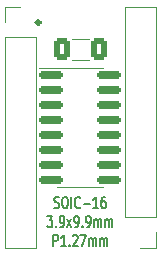
<source format=gto>
G04 #@! TF.GenerationSoftware,KiCad,Pcbnew,(6.0.9)*
G04 #@! TF.CreationDate,2023-05-28T18:50:32+02:00*
G04 #@! TF.ProjectId,SOIC-SSOP-DIP adapter,534f4943-2d53-4534-9f50-2d4449502061,rev?*
G04 #@! TF.SameCoordinates,Original*
G04 #@! TF.FileFunction,Legend,Top*
G04 #@! TF.FilePolarity,Positive*
%FSLAX46Y46*%
G04 Gerber Fmt 4.6, Leading zero omitted, Abs format (unit mm)*
G04 Created by KiCad (PCBNEW (6.0.9)) date 2023-05-28 18:50:32*
%MOMM*%
%LPD*%
G01*
G04 APERTURE LIST*
G04 Aperture macros list*
%AMRoundRect*
0 Rectangle with rounded corners*
0 $1 Rounding radius*
0 $2 $3 $4 $5 $6 $7 $8 $9 X,Y pos of 4 corners*
0 Add a 4 corners polygon primitive as box body*
4,1,4,$2,$3,$4,$5,$6,$7,$8,$9,$2,$3,0*
0 Add four circle primitives for the rounded corners*
1,1,$1+$1,$2,$3*
1,1,$1+$1,$4,$5*
1,1,$1+$1,$6,$7*
1,1,$1+$1,$8,$9*
0 Add four rect primitives between the rounded corners*
20,1,$1+$1,$2,$3,$4,$5,0*
20,1,$1+$1,$4,$5,$6,$7,0*
20,1,$1+$1,$6,$7,$8,$9,0*
20,1,$1+$1,$8,$9,$2,$3,0*%
G04 Aperture macros list end*
%ADD10C,0.150000*%
%ADD11C,0.329000*%
%ADD12C,0.120000*%
%ADD13R,1.700000X1.700000*%
%ADD14O,1.700000X1.700000*%
%ADD15RoundRect,0.150000X-0.825000X-0.150000X0.825000X-0.150000X0.825000X0.150000X-0.825000X0.150000X0*%
%ADD16RoundRect,0.250000X-0.412500X-0.650000X0.412500X-0.650000X0.412500X0.650000X-0.412500X0.650000X0*%
G04 APERTURE END LIST*
D10*
X91796666Y-96965761D02*
X91896666Y-97013380D01*
X92063333Y-97013380D01*
X92130000Y-96965761D01*
X92163333Y-96918142D01*
X92196666Y-96822904D01*
X92196666Y-96727666D01*
X92163333Y-96632428D01*
X92130000Y-96584809D01*
X92063333Y-96537190D01*
X91930000Y-96489571D01*
X91863333Y-96441952D01*
X91830000Y-96394333D01*
X91796666Y-96299095D01*
X91796666Y-96203857D01*
X91830000Y-96108619D01*
X91863333Y-96061000D01*
X91930000Y-96013380D01*
X92096666Y-96013380D01*
X92196666Y-96061000D01*
X92630000Y-96013380D02*
X92763333Y-96013380D01*
X92830000Y-96061000D01*
X92896666Y-96156238D01*
X92930000Y-96346714D01*
X92930000Y-96680047D01*
X92896666Y-96870523D01*
X92830000Y-96965761D01*
X92763333Y-97013380D01*
X92630000Y-97013380D01*
X92563333Y-96965761D01*
X92496666Y-96870523D01*
X92463333Y-96680047D01*
X92463333Y-96346714D01*
X92496666Y-96156238D01*
X92563333Y-96061000D01*
X92630000Y-96013380D01*
X93230000Y-97013380D02*
X93230000Y-96013380D01*
X93963333Y-96918142D02*
X93930000Y-96965761D01*
X93830000Y-97013380D01*
X93763333Y-97013380D01*
X93663333Y-96965761D01*
X93596666Y-96870523D01*
X93563333Y-96775285D01*
X93530000Y-96584809D01*
X93530000Y-96441952D01*
X93563333Y-96251476D01*
X93596666Y-96156238D01*
X93663333Y-96061000D01*
X93763333Y-96013380D01*
X93830000Y-96013380D01*
X93930000Y-96061000D01*
X93963333Y-96108619D01*
X94263333Y-96632428D02*
X94796666Y-96632428D01*
X95496666Y-97013380D02*
X95096666Y-97013380D01*
X95296666Y-97013380D02*
X95296666Y-96013380D01*
X95230000Y-96156238D01*
X95163333Y-96251476D01*
X95096666Y-96299095D01*
X96096666Y-96013380D02*
X95963333Y-96013380D01*
X95896666Y-96061000D01*
X95863333Y-96108619D01*
X95796666Y-96251476D01*
X95763333Y-96441952D01*
X95763333Y-96822904D01*
X95796666Y-96918142D01*
X95830000Y-96965761D01*
X95896666Y-97013380D01*
X96030000Y-97013380D01*
X96096666Y-96965761D01*
X96130000Y-96918142D01*
X96163333Y-96822904D01*
X96163333Y-96584809D01*
X96130000Y-96489571D01*
X96096666Y-96441952D01*
X96030000Y-96394333D01*
X95896666Y-96394333D01*
X95830000Y-96441952D01*
X95796666Y-96489571D01*
X95763333Y-96584809D01*
X91196666Y-97623380D02*
X91630000Y-97623380D01*
X91396666Y-98004333D01*
X91496666Y-98004333D01*
X91563333Y-98051952D01*
X91596666Y-98099571D01*
X91630000Y-98194809D01*
X91630000Y-98432904D01*
X91596666Y-98528142D01*
X91563333Y-98575761D01*
X91496666Y-98623380D01*
X91296666Y-98623380D01*
X91230000Y-98575761D01*
X91196666Y-98528142D01*
X91930000Y-98528142D02*
X91963333Y-98575761D01*
X91930000Y-98623380D01*
X91896666Y-98575761D01*
X91930000Y-98528142D01*
X91930000Y-98623380D01*
X92296666Y-98623380D02*
X92430000Y-98623380D01*
X92496666Y-98575761D01*
X92530000Y-98528142D01*
X92596666Y-98385285D01*
X92630000Y-98194809D01*
X92630000Y-97813857D01*
X92596666Y-97718619D01*
X92563333Y-97671000D01*
X92496666Y-97623380D01*
X92363333Y-97623380D01*
X92296666Y-97671000D01*
X92263333Y-97718619D01*
X92230000Y-97813857D01*
X92230000Y-98051952D01*
X92263333Y-98147190D01*
X92296666Y-98194809D01*
X92363333Y-98242428D01*
X92496666Y-98242428D01*
X92563333Y-98194809D01*
X92596666Y-98147190D01*
X92630000Y-98051952D01*
X92863333Y-98623380D02*
X93230000Y-97956714D01*
X92863333Y-97956714D02*
X93230000Y-98623380D01*
X93530000Y-98623380D02*
X93663333Y-98623380D01*
X93730000Y-98575761D01*
X93763333Y-98528142D01*
X93830000Y-98385285D01*
X93863333Y-98194809D01*
X93863333Y-97813857D01*
X93830000Y-97718619D01*
X93796666Y-97671000D01*
X93730000Y-97623380D01*
X93596666Y-97623380D01*
X93530000Y-97671000D01*
X93496666Y-97718619D01*
X93463333Y-97813857D01*
X93463333Y-98051952D01*
X93496666Y-98147190D01*
X93530000Y-98194809D01*
X93596666Y-98242428D01*
X93730000Y-98242428D01*
X93796666Y-98194809D01*
X93830000Y-98147190D01*
X93863333Y-98051952D01*
X94163333Y-98528142D02*
X94196666Y-98575761D01*
X94163333Y-98623380D01*
X94130000Y-98575761D01*
X94163333Y-98528142D01*
X94163333Y-98623380D01*
X94530000Y-98623380D02*
X94663333Y-98623380D01*
X94730000Y-98575761D01*
X94763333Y-98528142D01*
X94830000Y-98385285D01*
X94863333Y-98194809D01*
X94863333Y-97813857D01*
X94830000Y-97718619D01*
X94796666Y-97671000D01*
X94730000Y-97623380D01*
X94596666Y-97623380D01*
X94530000Y-97671000D01*
X94496666Y-97718619D01*
X94463333Y-97813857D01*
X94463333Y-98051952D01*
X94496666Y-98147190D01*
X94530000Y-98194809D01*
X94596666Y-98242428D01*
X94730000Y-98242428D01*
X94796666Y-98194809D01*
X94830000Y-98147190D01*
X94863333Y-98051952D01*
X95163333Y-98623380D02*
X95163333Y-97956714D01*
X95163333Y-98051952D02*
X95196666Y-98004333D01*
X95263333Y-97956714D01*
X95363333Y-97956714D01*
X95430000Y-98004333D01*
X95463333Y-98099571D01*
X95463333Y-98623380D01*
X95463333Y-98099571D02*
X95496666Y-98004333D01*
X95563333Y-97956714D01*
X95663333Y-97956714D01*
X95730000Y-98004333D01*
X95763333Y-98099571D01*
X95763333Y-98623380D01*
X96096666Y-98623380D02*
X96096666Y-97956714D01*
X96096666Y-98051952D02*
X96130000Y-98004333D01*
X96196666Y-97956714D01*
X96296666Y-97956714D01*
X96363333Y-98004333D01*
X96396666Y-98099571D01*
X96396666Y-98623380D01*
X96396666Y-98099571D02*
X96430000Y-98004333D01*
X96496666Y-97956714D01*
X96596666Y-97956714D01*
X96663333Y-98004333D01*
X96696666Y-98099571D01*
X96696666Y-98623380D01*
X91696666Y-100233380D02*
X91696666Y-99233380D01*
X91963333Y-99233380D01*
X92030000Y-99281000D01*
X92063333Y-99328619D01*
X92096666Y-99423857D01*
X92096666Y-99566714D01*
X92063333Y-99661952D01*
X92030000Y-99709571D01*
X91963333Y-99757190D01*
X91696666Y-99757190D01*
X92763333Y-100233380D02*
X92363333Y-100233380D01*
X92563333Y-100233380D02*
X92563333Y-99233380D01*
X92496666Y-99376238D01*
X92430000Y-99471476D01*
X92363333Y-99519095D01*
X93063333Y-100138142D02*
X93096666Y-100185761D01*
X93063333Y-100233380D01*
X93030000Y-100185761D01*
X93063333Y-100138142D01*
X93063333Y-100233380D01*
X93363333Y-99328619D02*
X93396666Y-99281000D01*
X93463333Y-99233380D01*
X93630000Y-99233380D01*
X93696666Y-99281000D01*
X93730000Y-99328619D01*
X93763333Y-99423857D01*
X93763333Y-99519095D01*
X93730000Y-99661952D01*
X93330000Y-100233380D01*
X93763333Y-100233380D01*
X93996666Y-99233380D02*
X94463333Y-99233380D01*
X94163333Y-100233380D01*
X94730000Y-100233380D02*
X94730000Y-99566714D01*
X94730000Y-99661952D02*
X94763333Y-99614333D01*
X94830000Y-99566714D01*
X94930000Y-99566714D01*
X94996666Y-99614333D01*
X95030000Y-99709571D01*
X95030000Y-100233380D01*
X95030000Y-99709571D02*
X95063333Y-99614333D01*
X95130000Y-99566714D01*
X95230000Y-99566714D01*
X95296666Y-99614333D01*
X95330000Y-99709571D01*
X95330000Y-100233380D01*
X95663333Y-100233380D02*
X95663333Y-99566714D01*
X95663333Y-99661952D02*
X95696666Y-99614333D01*
X95763333Y-99566714D01*
X95863333Y-99566714D01*
X95930000Y-99614333D01*
X95963333Y-99709571D01*
X95963333Y-100233380D01*
X95963333Y-99709571D02*
X95996666Y-99614333D01*
X96063333Y-99566714D01*
X96163333Y-99566714D01*
X96230000Y-99614333D01*
X96263333Y-99709571D01*
X96263333Y-100233380D01*
D11*
X90588500Y-81280000D02*
G75*
G03*
X90588500Y-81280000I-164500J0D01*
G01*
D12*
X87570000Y-82550000D02*
X90230000Y-82550000D01*
X87570000Y-79950000D02*
X88900000Y-79950000D01*
X87570000Y-81280000D02*
X87570000Y-79950000D01*
X87570000Y-82550000D02*
X87570000Y-100390000D01*
X87570000Y-100390000D02*
X90230000Y-100390000D01*
X90230000Y-82550000D02*
X90230000Y-100390000D01*
X93980000Y-85095000D02*
X90530000Y-85095000D01*
X93980000Y-95215000D02*
X92030000Y-95215000D01*
X93980000Y-85095000D02*
X95930000Y-85095000D01*
X93980000Y-95215000D02*
X95930000Y-95215000D01*
X100390000Y-97775000D02*
X97730000Y-97775000D01*
X100390000Y-79935000D02*
X97730000Y-79935000D01*
X100390000Y-97775000D02*
X100390000Y-79935000D01*
X100390000Y-99045000D02*
X100390000Y-100375000D01*
X100390000Y-100375000D02*
X99060000Y-100375000D01*
X97730000Y-97775000D02*
X97730000Y-79935000D01*
X93268748Y-82656000D02*
X94691252Y-82656000D01*
X93268748Y-84476000D02*
X94691252Y-84476000D01*
%LPC*%
D13*
X88900000Y-81280000D03*
D14*
X88900000Y-83820000D03*
X88900000Y-86360000D03*
X88900000Y-88900000D03*
X88900000Y-91440000D03*
X88900000Y-93980000D03*
X88900000Y-96520000D03*
X88900000Y-99060000D03*
D15*
X91505000Y-85710000D03*
X91505000Y-86980000D03*
X91505000Y-88250000D03*
X91505000Y-89520000D03*
X91505000Y-90790000D03*
X91505000Y-92060000D03*
X91505000Y-93330000D03*
X91505000Y-94600000D03*
X96455000Y-94600000D03*
X96455000Y-93330000D03*
X96455000Y-92060000D03*
X96455000Y-90790000D03*
X96455000Y-89520000D03*
X96455000Y-88250000D03*
X96455000Y-86980000D03*
X96455000Y-85710000D03*
D13*
X99060000Y-99045000D03*
D14*
X99060000Y-96505000D03*
X99060000Y-93965000D03*
X99060000Y-91425000D03*
X99060000Y-88885000D03*
X99060000Y-86345000D03*
X99060000Y-83805000D03*
X99060000Y-81265000D03*
D16*
X92417500Y-83566000D03*
X95542500Y-83566000D03*
M02*

</source>
